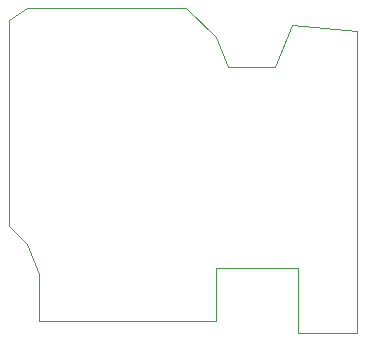
<source format=gbr>
%TF.GenerationSoftware,KiCad,Pcbnew,9.0.7*%
%TF.CreationDate,2026-02-08T21:28:46-06:00*%
%TF.ProjectId,Power,506f7765-722e-46b6-9963-61645f706362,rev?*%
%TF.SameCoordinates,Original*%
%TF.FileFunction,Profile,NP*%
%FSLAX46Y46*%
G04 Gerber Fmt 4.6, Leading zero omitted, Abs format (unit mm)*
G04 Created by KiCad (PCBNEW 9.0.7) date 2026-02-08 21:28:46*
%MOMM*%
%LPD*%
G01*
G04 APERTURE LIST*
%TA.AperFunction,Profile*%
%ADD10C,0.050000*%
%TD*%
G04 APERTURE END LIST*
D10*
X195500000Y-87000000D02*
X196500000Y-89500000D01*
X200500000Y-89500000D01*
X202000000Y-86000000D01*
X207500000Y-86500000D01*
X207500000Y-94000000D01*
X207500000Y-97000000D01*
X207500000Y-107500000D01*
X207500000Y-112000000D01*
X202500000Y-112000000D01*
X202500000Y-106500000D01*
X195500000Y-106500000D01*
X195500000Y-111000000D01*
X191500000Y-111000000D01*
X188500000Y-111000000D01*
X185500000Y-111000000D01*
X184500000Y-111000000D01*
X182000000Y-111000000D01*
X180500000Y-111000000D01*
X180500000Y-110000000D01*
X180500000Y-107000000D01*
X179500000Y-104500000D01*
X178000000Y-103000000D01*
X178000000Y-85500000D01*
X179500000Y-84500000D01*
X193000000Y-84500000D01*
X195500000Y-87000000D01*
M02*

</source>
